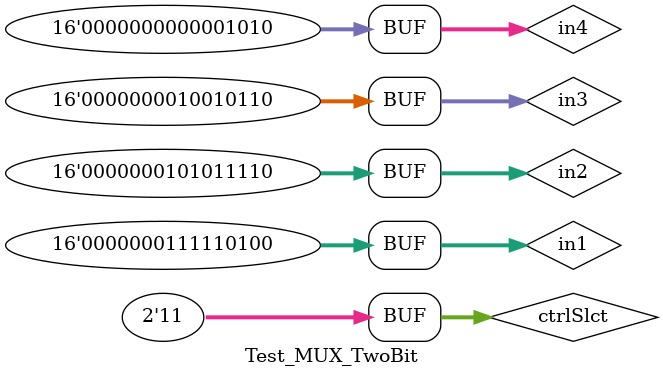
<source format=v>
`timescale 1ns / 1ps


module Test_MUX_TwoBit;

	// Inputs
	reg [15:0] in1;
	reg [15:0] in2;
	reg [15:0] in3;
	reg [15:0] in4;
	reg [1:0] ctrlSlct;

	// Outputs
	wire [15:0] muxOut;

	// Instantiate the Unit Under Test (UUT)
	MUX_TwoBit uut (
		.in1(in1), 
		.in2(in2), 
		.in3(in3), 
		.in4(in4), 
		.ctrlSlct(ctrlSlct), 
		.muxOut(muxOut)
	);

	initial begin
		// Initialize Inputs
		in1 = 0;
		in2 = 0;
		in3 = 0;
		in4 = 0;
		ctrlSlct = 0;

		// Wait 100 ns for global reset to finish
		#100;
        
		// Add stimulus here
		in1 = 500; in2 = 350; in3 = 150; in4 = 10; ctrlSlct = 0;
		#10;
		
		in1 = 500; in2 = 350; in3 = 150; in4 = 10; ctrlSlct = 1;
		#10;
		
		in1 = 500; in2 = 350; in3 = 150; in4 = 10; ctrlSlct = 2;
		#10;
		
		in1 = 500; in2 = 350; in3 = 150; in4 = 10; ctrlSlct = 3;
		#10;
		
		in1 = 300; in2 = 300; in3 = 100; in4 = 1000; ctrlSlct = 0;
		#10;
		
		in1 = 300; in2 = 300; in3 = 150; in4 = 150; ctrlSlct = 1;
		#10;
		
		in1 = 500; in2 = 350; in3 = 150; in4 = 10; ctrlSlct = 2;
		#10;
		
		in1 = 500; in2 = 350; in3 = 150; in4 = 10; ctrlSlct = 3;
		#10;

	end
      
endmodule


</source>
